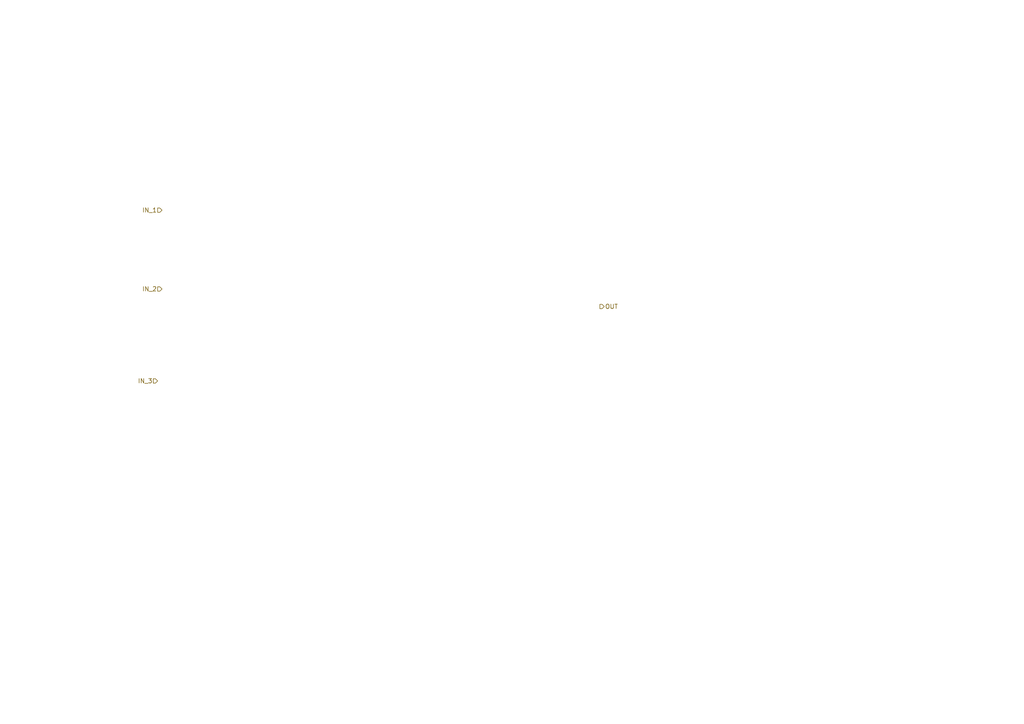
<source format=kicad_sch>
(kicad_sch
	(version 20231120)
	(generator "eeschema")
	(generator_version "8.0")
	(uuid "088a9629-bb55-4044-8066-92f324f8d519")
	(paper "A4")
	(lib_symbols)
	(hierarchical_label "OUT"
		(shape output)
		(at 173.99 88.9 0)
		(effects
			(font
				(size 1.27 1.27)
			)
			(justify left)
		)
		(uuid "29c10e04-24c5-4095-b3af-c954c22378e5")
	)
	(hierarchical_label "IN_3"
		(shape input)
		(at 45.72 110.49 180)
		(effects
			(font
				(size 1.27 1.27)
			)
			(justify right)
		)
		(uuid "35809e62-14eb-4fb3-b750-bfe3cc44d89a")
	)
	(hierarchical_label "IN_1"
		(shape input)
		(at 46.99 60.96 180)
		(effects
			(font
				(size 1.27 1.27)
			)
			(justify right)
		)
		(uuid "d7052cd2-e5cb-485f-b29a-700477bf48b6")
	)
	(hierarchical_label "IN_2"
		(shape input)
		(at 46.99 83.82 180)
		(effects
			(font
				(size 1.27 1.27)
			)
			(justify right)
		)
		(uuid "fa85b630-c41c-4910-83a4-a70426a5e298")
	)
)

</source>
